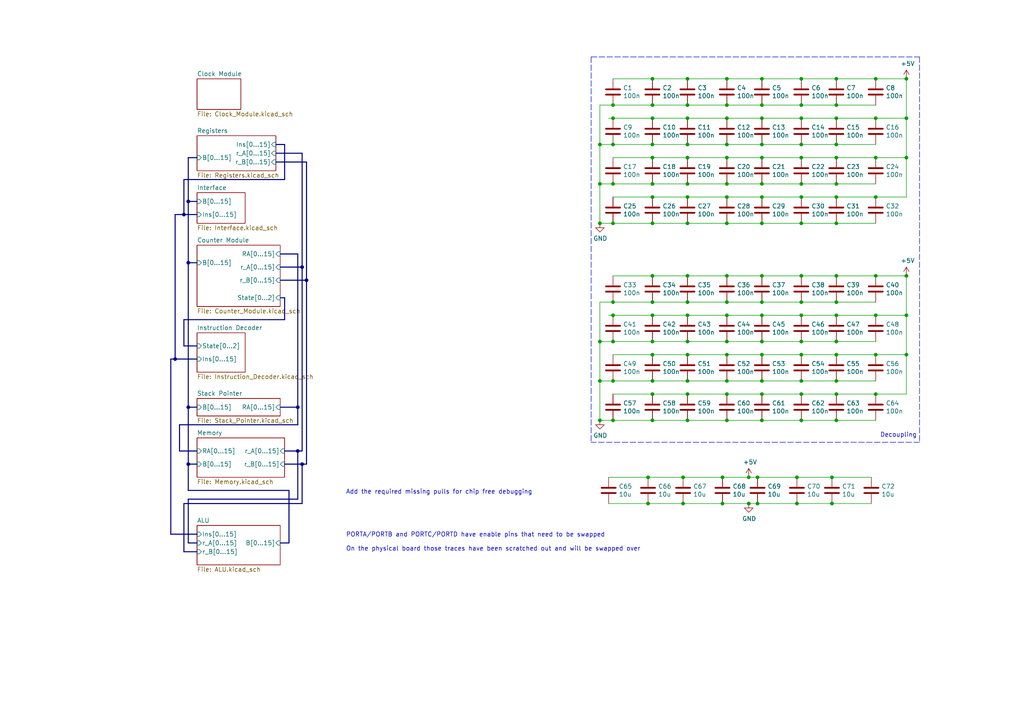
<source format=kicad_sch>
(kicad_sch (version 20211123) (generator eeschema)
  (paper "A4")
  (lib_symbols
    (symbol "MAX7000CPU-Gen2_5-rescue:+5V-power-MAX7000CPU-Gen2-rescue" (power) (pin_names (offset 0))
      (property "Value" "+5V-power-MAX7000CPU-Gen2-rescue" (at 0 3.556 0))
      (symbol "+5V-power-MAX7000CPU-Gen2-rescue_0_1"
        (polyline (pts (xy -0.762 1.27) (xy 0 2.54)))
        (polyline (pts (xy 0 0) (xy 0 2.54)))
        (polyline (pts (xy 0 2.54) (xy 0.762 1.27)))
      )
      (symbol "+5V-power-MAX7000CPU-Gen2-rescue_1_1"
        (pin power_in line (at 0 0 90) (length 0) hide (name "+5V") (number "1"))
      )
    )
    (symbol "MAX7000CPU-Gen2_5-rescue:C-Device-MAX7000CPU-Gen2-rescue" (pin_numbers hide) (pin_names (offset 0.254))
      (property "Reference" "C" (at 0.635 2.54 0))
      (property "Value" "C-Device-MAX7000CPU-Gen2-rescue" (at 0.635 -2.54 0))
      (symbol "C-Device-MAX7000CPU-Gen2-rescue_0_1"
        (polyline (pts (xy -2.032 -0.762) (xy 2.032 -0.762)) (stroke (width 0.508)))
        (polyline (pts (xy -2.032 0.762) (xy 2.032 0.762)) (stroke (width 0.508)))
      )
      (symbol "C-Device-MAX7000CPU-Gen2-rescue_1_1"
        (pin passive line (at 0 3.81 270) (length 2.794) (name "~") (number "1"))
        (pin passive line (at 0 -3.81 90) (length 2.794) (name "~") (number "2"))
      )
    )
    (symbol "MAX7000CPU-Gen2_5-rescue:GND-power-MAX7000CPU-Gen2-rescue" (power) (pin_names (offset 0))
      (property "Value" "GND-power-MAX7000CPU-Gen2-rescue" (at 0 -3.81 0))
      (symbol "GND-power-MAX7000CPU-Gen2-rescue_0_1"
        (polyline (pts (xy 0 0) (xy 0 -1.27) (xy 1.27 -1.27) (xy 0 -2.54) (xy -1.27 -1.27) (xy 0 -1.27)))
      )
      (symbol "GND-power-MAX7000CPU-Gen2-rescue_1_1"
        (pin power_in line (at 0 0 270) (length 0) hide (name "GND") (number "1"))
      )
    )
  )
  (junction (at 199.39 30.48))
  (junction (at 199.39 99.06))
  (junction (at 198.12 146.05))
  (junction (at 217.17 146.05))
  (junction (at 217.17 138.43))
  (junction (at 232.41 91.44))
  (junction (at 232.41 110.49))
  (junction (at 189.23 99.06))
  (junction (at 219.71 146.05))
  (junction (at 189.23 22.86))
  (junction (at 210.82 80.01))
  (junction (at 232.41 41.91))
  (junction (at 241.3 146.05))
  (junction (at 220.98 80.01))
  (junction (at 198.12 138.43))
  (junction (at 220.98 22.86))
  (junction (at 242.57 99.06))
  (junction (at 254 91.44))
  (junction (at 242.57 121.92))
  (junction (at 242.57 91.44))
  (junction (at 173.99 64.77))
  (junction (at 232.41 102.87))
  (junction (at 210.82 53.34))
  (junction (at 262.89 102.87))
  (junction (at 220.98 110.49))
  (junction (at 231.14 146.05))
  (junction (at 189.23 80.01))
  (junction (at 199.39 102.87))
  (junction (at 177.8 121.92))
  (junction (at 242.57 114.3))
  (junction (at 232.41 80.01))
  (junction (at 189.23 53.34))
  (junction (at 254 57.15))
  (junction (at 199.39 114.3))
  (junction (at 53.34 62.23))
  (junction (at 86.36 118.11))
  (junction (at 210.82 22.86))
  (junction (at 232.41 45.72))
  (junction (at 199.39 57.15))
  (junction (at 50.8 104.14))
  (junction (at 54.61 58.42))
  (junction (at 232.41 114.3))
  (junction (at 199.39 91.44))
  (junction (at 262.89 22.86))
  (junction (at 242.57 41.91))
  (junction (at 242.57 110.49))
  (junction (at 220.98 87.63))
  (junction (at 173.99 99.06))
  (junction (at 220.98 30.48))
  (junction (at 189.23 41.91))
  (junction (at 210.82 114.3))
  (junction (at 177.8 34.29))
  (junction (at 241.3 138.43))
  (junction (at 232.41 34.29))
  (junction (at 189.23 102.87))
  (junction (at 219.71 138.43))
  (junction (at 87.63 77.47))
  (junction (at 232.41 57.15))
  (junction (at 231.14 138.43))
  (junction (at 199.39 64.77))
  (junction (at 242.57 57.15))
  (junction (at 232.41 99.06))
  (junction (at 220.98 102.87))
  (junction (at 189.23 57.15))
  (junction (at 242.57 34.29))
  (junction (at 242.57 80.01))
  (junction (at 86.36 130.81))
  (junction (at 242.57 30.48))
  (junction (at 54.61 76.2))
  (junction (at 254 114.3))
  (junction (at 232.41 22.86))
  (junction (at 177.8 30.48))
  (junction (at 210.82 102.87))
  (junction (at 189.23 45.72))
  (junction (at 262.89 80.01))
  (junction (at 210.82 34.29))
  (junction (at 173.99 53.34))
  (junction (at 220.98 99.06))
  (junction (at 54.61 134.62))
  (junction (at 210.82 121.92))
  (junction (at 220.98 121.92))
  (junction (at 88.9 81.28))
  (junction (at 232.41 30.48))
  (junction (at 254 102.87))
  (junction (at 220.98 53.34))
  (junction (at 242.57 22.86))
  (junction (at 262.89 45.72))
  (junction (at 199.39 41.91))
  (junction (at 189.23 64.77))
  (junction (at 254 22.86))
  (junction (at 210.82 41.91))
  (junction (at 177.8 53.34))
  (junction (at 242.57 102.87))
  (junction (at 209.55 146.05))
  (junction (at 210.82 91.44))
  (junction (at 199.39 22.86))
  (junction (at 177.8 87.63))
  (junction (at 189.23 34.29))
  (junction (at 242.57 53.34))
  (junction (at 177.8 41.91))
  (junction (at 177.8 99.06))
  (junction (at 210.82 110.49))
  (junction (at 232.41 53.34))
  (junction (at 87.63 134.62))
  (junction (at 232.41 121.92))
  (junction (at 173.99 121.92))
  (junction (at 242.57 45.72))
  (junction (at 177.8 64.77))
  (junction (at 189.23 110.49))
  (junction (at 210.82 64.77))
  (junction (at 189.23 87.63))
  (junction (at 187.96 146.05))
  (junction (at 199.39 121.92))
  (junction (at 177.8 110.49))
  (junction (at 209.55 138.43))
  (junction (at 199.39 53.34))
  (junction (at 242.57 64.77))
  (junction (at 254 45.72))
  (junction (at 210.82 57.15))
  (junction (at 210.82 30.48))
  (junction (at 220.98 91.44))
  (junction (at 210.82 87.63))
  (junction (at 242.57 87.63))
  (junction (at 173.99 110.49))
  (junction (at 254 80.01))
  (junction (at 199.39 34.29))
  (junction (at 220.98 64.77))
  (junction (at 232.41 87.63))
  (junction (at 220.98 114.3))
  (junction (at 262.89 34.29))
  (junction (at 177.8 91.44))
  (junction (at 232.41 64.77))
  (junction (at 199.39 80.01))
  (junction (at 54.61 118.11))
  (junction (at 189.23 91.44))
  (junction (at 189.23 114.3))
  (junction (at 220.98 41.91))
  (junction (at 220.98 57.15))
  (junction (at 262.89 91.44))
  (junction (at 220.98 34.29))
  (junction (at 254 34.29))
  (junction (at 210.82 99.06))
  (junction (at 187.96 138.43))
  (junction (at 199.39 87.63))
  (junction (at 210.82 45.72))
  (junction (at 199.39 45.72))
  (junction (at 173.99 41.91))
  (junction (at 189.23 30.48))
  (junction (at 199.39 110.49))
  (junction (at 220.98 45.72))
  (junction (at 189.23 121.92))
  (wire (pts (xy 189.23 121.92) (xy 199.39 121.92)))
  (wire (pts (xy 220.98 99.06) (xy 232.41 99.06)))
  (bus (pts (xy 53.34 100.33) (xy 57.15 100.33)))
  (wire (pts (xy 210.82 57.15) (xy 220.98 57.15)))
  (wire (pts (xy 242.57 57.15) (xy 254 57.15)))
  (bus (pts (xy 82.55 92.71) (xy 53.34 92.71)))
  (wire (pts (xy 198.12 138.43) (xy 209.55 138.43)))
  (wire (pts (xy 173.99 41.91) (xy 173.99 53.34)))
  (wire (pts (xy 242.57 99.06) (xy 254 99.06)))
  (bus (pts (xy 53.34 146.05) (xy 53.34 160.02)))
  (polyline (pts (xy 171.45 16.51) (xy 266.7 16.51)))
  (wire (pts (xy 220.98 34.29) (xy 232.41 34.29)))
  (bus (pts (xy 54.61 76.2) (xy 54.61 118.11)))
  (bus (pts (xy 86.36 73.66) (xy 86.36 118.11)))
  (bus (pts (xy 54.61 142.24) (xy 83.82 142.24)))
  (wire (pts (xy 199.39 53.34) (xy 189.23 53.34)))
  (wire (pts (xy 242.57 80.01) (xy 254 80.01)))
  (wire (pts (xy 173.99 99.06) (xy 173.99 110.49)))
  (wire (pts (xy 189.23 102.87) (xy 199.39 102.87)))
  (wire (pts (xy 232.41 114.3) (xy 242.57 114.3)))
  (bus (pts (xy 49.53 154.94) (xy 57.15 154.94)))
  (polyline (pts (xy 266.7 16.51) (xy 266.7 128.27)))
  (wire (pts (xy 177.8 41.91) (xy 189.23 41.91)))
  (wire (pts (xy 262.89 80.01) (xy 254 80.01)))
  (wire (pts (xy 173.99 121.92) (xy 177.8 121.92)))
  (wire (pts (xy 262.89 45.72) (xy 254 45.72)))
  (bus (pts (xy 86.36 118.11) (xy 86.36 123.19)))
  (wire (pts (xy 176.53 146.05) (xy 187.96 146.05)))
  (wire (pts (xy 177.8 102.87) (xy 189.23 102.87)))
  (wire (pts (xy 210.82 121.92) (xy 220.98 121.92)))
  (bus (pts (xy 81.28 73.66) (xy 86.36 73.66)))
  (wire (pts (xy 173.99 41.91) (xy 177.8 41.91)))
  (wire (pts (xy 189.23 22.86) (xy 199.39 22.86)))
  (wire (pts (xy 177.8 114.3) (xy 189.23 114.3)))
  (wire (pts (xy 210.82 53.34) (xy 199.39 53.34)))
  (wire (pts (xy 176.53 138.43) (xy 187.96 138.43)))
  (wire (pts (xy 210.82 45.72) (xy 220.98 45.72)))
  (wire (pts (xy 231.14 138.43) (xy 241.3 138.43)))
  (bus (pts (xy 81.28 77.47) (xy 87.63 77.47)))
  (wire (pts (xy 232.41 30.48) (xy 220.98 30.48)))
  (wire (pts (xy 173.99 53.34) (xy 173.99 64.77)))
  (bus (pts (xy 86.36 123.19) (xy 52.07 123.19)))
  (wire (pts (xy 220.98 22.86) (xy 232.41 22.86)))
  (wire (pts (xy 219.71 138.43) (xy 231.14 138.43)))
  (wire (pts (xy 220.98 114.3) (xy 232.41 114.3)))
  (wire (pts (xy 220.98 41.91) (xy 232.41 41.91)))
  (bus (pts (xy 88.9 81.28) (xy 88.9 134.62)))
  (wire (pts (xy 176.53 91.44) (xy 177.8 91.44)))
  (wire (pts (xy 232.41 41.91) (xy 242.57 41.91)))
  (wire (pts (xy 199.39 80.01) (xy 210.82 80.01)))
  (wire (pts (xy 199.39 110.49) (xy 189.23 110.49)))
  (wire (pts (xy 262.89 91.44) (xy 262.89 80.01)))
  (wire (pts (xy 220.98 80.01) (xy 232.41 80.01)))
  (bus (pts (xy 81.28 86.36) (xy 82.55 86.36)))
  (wire (pts (xy 231.14 146.05) (xy 241.3 146.05)))
  (wire (pts (xy 262.89 57.15) (xy 262.89 45.72)))
  (wire (pts (xy 220.98 64.77) (xy 232.41 64.77)))
  (wire (pts (xy 199.39 121.92) (xy 210.82 121.92)))
  (bus (pts (xy 83.82 142.24) (xy 83.82 157.48)))
  (wire (pts (xy 177.8 30.48) (xy 173.99 30.48)))
  (wire (pts (xy 210.82 114.3) (xy 220.98 114.3)))
  (bus (pts (xy 87.63 44.45) (xy 87.63 77.47)))
  (bus (pts (xy 54.61 58.42) (xy 54.61 76.2)))
  (wire (pts (xy 232.41 102.87) (xy 242.57 102.87)))
  (wire (pts (xy 232.41 110.49) (xy 220.98 110.49)))
  (wire (pts (xy 220.98 30.48) (xy 210.82 30.48)))
  (bus (pts (xy 82.55 130.81) (xy 86.36 130.81)))
  (bus (pts (xy 54.61 134.62) (xy 57.15 134.62)))
  (wire (pts (xy 209.55 146.05) (xy 217.17 146.05)))
  (wire (pts (xy 199.39 87.63) (xy 189.23 87.63)))
  (wire (pts (xy 262.89 91.44) (xy 254 91.44)))
  (wire (pts (xy 232.41 64.77) (xy 242.57 64.77)))
  (wire (pts (xy 242.57 22.86) (xy 254 22.86)))
  (bus (pts (xy 54.61 157.48) (xy 57.15 157.48)))
  (wire (pts (xy 232.41 99.06) (xy 242.57 99.06)))
  (wire (pts (xy 241.3 146.05) (xy 252.73 146.05)))
  (bus (pts (xy 54.61 76.2) (xy 57.15 76.2)))
  (wire (pts (xy 262.89 22.86) (xy 254 22.86)))
  (wire (pts (xy 210.82 99.06) (xy 220.98 99.06)))
  (wire (pts (xy 189.23 57.15) (xy 199.39 57.15)))
  (wire (pts (xy 220.98 53.34) (xy 210.82 53.34)))
  (wire (pts (xy 232.41 22.86) (xy 242.57 22.86)))
  (wire (pts (xy 189.23 114.3) (xy 199.39 114.3)))
  (bus (pts (xy 54.61 118.11) (xy 57.15 118.11)))
  (wire (pts (xy 232.41 53.34) (xy 220.98 53.34)))
  (bus (pts (xy 54.61 45.72) (xy 54.61 58.42)))
  (wire (pts (xy 242.57 45.72) (xy 254 45.72)))
  (bus (pts (xy 54.61 134.62) (xy 54.61 142.24)))
  (wire (pts (xy 232.41 34.29) (xy 242.57 34.29)))
  (bus (pts (xy 53.34 52.07) (xy 53.34 62.23)))
  (wire (pts (xy 189.23 99.06) (xy 199.39 99.06)))
  (wire (pts (xy 242.57 64.77) (xy 254 64.77)))
  (wire (pts (xy 210.82 87.63) (xy 199.39 87.63)))
  (wire (pts (xy 173.99 87.63) (xy 173.99 99.06)))
  (wire (pts (xy 242.57 87.63) (xy 232.41 87.63)))
  (wire (pts (xy 242.57 114.3) (xy 254 114.3)))
  (bus (pts (xy 54.61 118.11) (xy 54.61 134.62)))
  (bus (pts (xy 49.53 104.14) (xy 49.53 154.94)))
  (wire (pts (xy 209.55 138.43) (xy 217.17 138.43)))
  (wire (pts (xy 262.89 34.29) (xy 262.89 22.86)))
  (wire (pts (xy 199.39 22.86) (xy 210.82 22.86)))
  (bus (pts (xy 83.82 157.48) (xy 81.28 157.48)))
  (wire (pts (xy 199.39 41.91) (xy 210.82 41.91)))
  (wire (pts (xy 199.39 57.15) (xy 210.82 57.15)))
  (wire (pts (xy 189.23 87.63) (xy 177.8 87.63)))
  (wire (pts (xy 177.8 80.01) (xy 189.23 80.01)))
  (wire (pts (xy 254 30.48) (xy 242.57 30.48)))
  (wire (pts (xy 173.99 53.34) (xy 177.8 53.34)))
  (wire (pts (xy 199.39 64.77) (xy 210.82 64.77)))
  (wire (pts (xy 242.57 30.48) (xy 232.41 30.48)))
  (wire (pts (xy 262.89 102.87) (xy 262.89 91.44)))
  (wire (pts (xy 254 114.3) (xy 262.89 114.3)))
  (wire (pts (xy 210.82 91.44) (xy 220.98 91.44)))
  (wire (pts (xy 187.96 146.05) (xy 198.12 146.05)))
  (bus (pts (xy 53.34 62.23) (xy 50.8 62.23)))
  (wire (pts (xy 199.39 30.48) (xy 189.23 30.48)))
  (wire (pts (xy 173.99 30.48) (xy 173.99 41.91)))
  (bus (pts (xy 86.36 144.78) (xy 54.61 144.78)))
  (wire (pts (xy 210.82 64.77) (xy 220.98 64.77)))
  (bus (pts (xy 54.61 144.78) (xy 54.61 157.48)))
  (wire (pts (xy 210.82 80.01) (xy 220.98 80.01)))
  (wire (pts (xy 220.98 57.15) (xy 232.41 57.15)))
  (wire (pts (xy 177.8 87.63) (xy 173.99 87.63)))
  (bus (pts (xy 53.34 62.23) (xy 57.15 62.23)))
  (wire (pts (xy 217.17 146.05) (xy 219.71 146.05)))
  (wire (pts (xy 242.57 34.29) (xy 254 34.29)))
  (bus (pts (xy 50.8 104.14) (xy 57.15 104.14)))
  (bus (pts (xy 82.55 86.36) (xy 82.55 92.71)))
  (bus (pts (xy 53.34 92.71) (xy 53.34 100.33)))
  (bus (pts (xy 54.61 58.42) (xy 57.15 58.42)))
  (bus (pts (xy 82.55 52.07) (xy 53.34 52.07)))
  (wire (pts (xy 177.8 34.29) (xy 189.23 34.29)))
  (wire (pts (xy 254 110.49) (xy 242.57 110.49)))
  (wire (pts (xy 262.89 45.72) (xy 262.89 34.29)))
  (wire (pts (xy 189.23 30.48) (xy 177.8 30.48)))
  (bus (pts (xy 80.01 46.99) (xy 88.9 46.99)))
  (wire (pts (xy 232.41 87.63) (xy 220.98 87.63)))
  (bus (pts (xy 52.07 130.81) (xy 57.15 130.81)))
  (wire (pts (xy 189.23 34.29) (xy 199.39 34.29)))
  (wire (pts (xy 173.99 110.49) (xy 177.8 110.49)))
  (bus (pts (xy 87.63 134.62) (xy 87.63 146.05)))
  (wire (pts (xy 241.3 138.43) (xy 252.73 138.43)))
  (wire (pts (xy 262.89 102.87) (xy 254 102.87)))
  (wire (pts (xy 177.8 57.15) (xy 189.23 57.15)))
  (wire (pts (xy 189.23 110.49) (xy 177.8 110.49)))
  (wire (pts (xy 177.8 45.72) (xy 189.23 45.72)))
  (wire (pts (xy 210.82 30.48) (xy 199.39 30.48)))
  (wire (pts (xy 219.71 146.05) (xy 231.14 146.05)))
  (polyline (pts (xy 171.45 16.51) (xy 171.45 128.27)))
  (bus (pts (xy 57.15 45.72) (xy 54.61 45.72)))
  (wire (pts (xy 177.8 99.06) (xy 189.23 99.06)))
  (bus (pts (xy 80.01 41.91) (xy 82.55 41.91)))
  (wire (pts (xy 262.89 34.29) (xy 254 34.29)))
  (wire (pts (xy 232.41 45.72) (xy 242.57 45.72)))
  (wire (pts (xy 242.57 121.92) (xy 254 121.92)))
  (bus (pts (xy 81.28 81.28) (xy 88.9 81.28)))
  (wire (pts (xy 177.8 22.86) (xy 189.23 22.86)))
  (bus (pts (xy 88.9 46.99) (xy 88.9 81.28)))
  (wire (pts (xy 242.57 91.44) (xy 254 91.44)))
  (wire (pts (xy 242.57 110.49) (xy 232.41 110.49)))
  (bus (pts (xy 52.07 123.19) (xy 52.07 130.81)))
  (wire (pts (xy 242.57 41.91) (xy 254 41.91)))
  (wire (pts (xy 254 53.34) (xy 242.57 53.34)))
  (bus (pts (xy 80.01 44.45) (xy 87.63 44.45)))
  (bus (pts (xy 87.63 146.05) (xy 53.34 146.05)))
  (bus (pts (xy 82.55 41.91) (xy 82.55 52.07)))
  (wire (pts (xy 232.41 57.15) (xy 242.57 57.15)))
  (wire (pts (xy 210.82 110.49) (xy 199.39 110.49)))
  (wire (pts (xy 199.39 34.29) (xy 210.82 34.29)))
  (wire (pts (xy 242.57 53.34) (xy 232.41 53.34)))
  (wire (pts (xy 173.99 64.77) (xy 177.8 64.77)))
  (wire (pts (xy 232.41 91.44) (xy 242.57 91.44)))
  (wire (pts (xy 254 57.15) (xy 262.89 57.15)))
  (wire (pts (xy 198.12 146.05) (xy 209.55 146.05)))
  (wire (pts (xy 220.98 87.63) (xy 210.82 87.63)))
  (wire (pts (xy 220.98 91.44) (xy 232.41 91.44)))
  (wire (pts (xy 220.98 110.49) (xy 210.82 110.49)))
  (bus (pts (xy 49.53 104.14) (xy 50.8 104.14)))
  (wire (pts (xy 177.8 121.92) (xy 189.23 121.92)))
  (bus (pts (xy 53.34 160.02) (xy 57.15 160.02)))
  (bus (pts (xy 50.8 62.23) (xy 50.8 104.14)))
  (bus (pts (xy 86.36 118.11) (xy 81.28 118.11)))
  (bus (pts (xy 87.63 130.81) (xy 86.36 130.81)))
  (wire (pts (xy 176.53 34.29) (xy 177.8 34.29)))
  (wire (pts (xy 262.89 114.3) (xy 262.89 102.87)))
  (bus (pts (xy 88.9 134.62) (xy 87.63 134.62)))
  (bus (pts (xy 87.63 77.47) (xy 87.63 130.81)))
  (wire (pts (xy 232.41 80.01) (xy 242.57 80.01)))
  (wire (pts (xy 210.82 102.87) (xy 220.98 102.87)))
  (wire (pts (xy 173.99 110.49) (xy 173.99 121.92)))
  (wire (pts (xy 189.23 64.77) (xy 199.39 64.77)))
  (wire (pts (xy 189.23 53.34) (xy 177.8 53.34)))
  (wire (pts (xy 254 87.63) (xy 242.57 87.63)))
  (wire (pts (xy 199.39 114.3) (xy 210.82 114.3)))
  (wire (pts (xy 199.39 91.44) (xy 210.82 91.44)))
  (wire (pts (xy 173.99 99.06) (xy 177.8 99.06)))
  (wire (pts (xy 189.23 91.44) (xy 199.39 91.44)))
  (wire (pts (xy 210.82 41.91) (xy 220.98 41.91)))
  (polyline (pts (xy 266.7 128.27) (xy 171.45 128.27)))
  (wire (pts (xy 189.23 45.72) (xy 199.39 45.72)))
  (wire (pts (xy 210.82 34.29) (xy 220.98 34.29)))
  (wire (pts (xy 189.23 41.91) (xy 199.39 41.91)))
  (wire (pts (xy 217.17 138.43) (xy 219.71 138.43)))
  (wire (pts (xy 189.23 80.01) (xy 199.39 80.01)))
  (wire (pts (xy 242.57 102.87) (xy 254 102.87)))
  (wire (pts (xy 199.39 99.06) (xy 210.82 99.06)))
  (wire (pts (xy 177.8 91.44) (xy 189.23 91.44)))
  (bus (pts (xy 86.36 130.81) (xy 86.36 144.78)))
  (wire (pts (xy 220.98 121.92) (xy 232.41 121.92)))
  (bus (pts (xy 82.55 134.62) (xy 87.63 134.62)))
  (wire (pts (xy 220.98 102.87) (xy 232.41 102.87)))
  (wire (pts (xy 199.39 102.87) (xy 210.82 102.87)))
  (wire (pts (xy 187.96 138.43) (xy 198.12 138.43)))
  (wire (pts (xy 199.39 45.72) (xy 210.82 45.72)))
  (wire (pts (xy 177.8 64.77) (xy 189.23 64.77)))
  (wire (pts (xy 232.41 121.92) (xy 242.57 121.92)))
  (wire (pts (xy 210.82 22.86) (xy 220.98 22.86)))
  (wire (pts (xy 220.98 45.72) (xy 232.41 45.72)))
  (text "PORTA/PORTB and PORTC/PORTD have enable pins that need to be swapped\n\nOn the physical board those traces have been scratched out and will be swapped over" (at 100.33 160.02 0) (effects (font (size 1.27 1.27)) (justify left bottom)))
  (text "Add the required missing pulls for chip free debugging\n" (at 100.33 143.51 0) (effects (font (size 1.27 1.27)) (justify left bottom)))
  (text "Decoupling" (at 255.27 127 0) (effects (font (size 1.27 1.27)) (justify left bottom)))
  (symbol (lib_id "MAX7000CPU-Gen2_5-rescue:C-Device-MAX7000CPU-Gen2-rescue") (at 232.41 60.96 0) (unit 1)
    (property "Reference" "C30" (at 235.331 59.7916 0) (effects (justify left)))
    (property "Value" "100n" (at 235.331 62.103 0) (effects (justify left)))
    (property "Footprint" "Capacitor_SMD:C_0805_2012Metric_Pad1.18x1.45mm_HandSolder" (effects hide))
  )
  (symbol (lib_id "MAX7000CPU-Gen2_5-rescue:C-Device-MAX7000CPU-Gen2-rescue") (at 242.57 60.96 0) (unit 1)
    (property "Reference" "C31" (at 245.491 59.7916 0) (effects (justify left)))
    (property "Value" "100n" (at 245.491 62.103 0) (effects (justify left)))
    (property "Footprint" "Capacitor_SMD:C_0805_2012Metric_Pad1.18x1.45mm_HandSolder" (effects hide))
  )
  (symbol (lib_id "MAX7000CPU-Gen2_5-rescue:C-Device-MAX7000CPU-Gen2-rescue") (at 254 60.96 0) (unit 1)
    (property "Reference" "C32" (at 256.921 59.7916 0) (effects (justify left)))
    (property "Value" "100n" (at 256.921 62.103 0) (effects (justify left)))
    (property "Footprint" "Capacitor_SMD:C_0805_2012Metric_Pad1.18x1.45mm_HandSolder" (effects hide))
  )
  (symbol (lib_id "MAX7000CPU-Gen2_5-rescue:C-Device-MAX7000CPU-Gen2-rescue") (at 177.8 83.82 0) (unit 1)
    (property "Reference" "C33" (at 180.721 82.6516 0) (effects (justify left)))
    (property "Value" "100n" (at 180.721 84.963 0) (effects (justify left)))
    (property "Footprint" "Capacitor_SMD:C_0805_2012Metric_Pad1.18x1.45mm_HandSolder" (effects hide))
  )
  (symbol (lib_id "MAX7000CPU-Gen2_5-rescue:C-Device-MAX7000CPU-Gen2-rescue") (at 189.23 83.82 0) (unit 1)
    (property "Reference" "C34" (at 192.151 82.6516 0) (effects (justify left)))
    (property "Value" "100n" (at 192.151 84.963 0) (effects (justify left)))
    (property "Footprint" "Capacitor_SMD:C_0805_2012Metric_Pad1.18x1.45mm_HandSolder" (effects hide))
  )
  (symbol (lib_id "MAX7000CPU-Gen2_5-rescue:C-Device-MAX7000CPU-Gen2-rescue") (at 199.39 83.82 0) (unit 1)
    (property "Reference" "C35" (at 202.311 82.6516 0) (effects (justify left)))
    (property "Value" "100n" (at 202.311 84.963 0) (effects (justify left)))
    (property "Footprint" "Capacitor_SMD:C_0805_2012Metric_Pad1.18x1.45mm_HandSolder" (effects hide))
  )
  (symbol (lib_id "MAX7000CPU-Gen2_5-rescue:C-Device-MAX7000CPU-Gen2-rescue") (at 210.82 83.82 0) (unit 1)
    (property "Reference" "C36" (at 213.741 82.6516 0) (effects (justify left)))
    (property "Value" "100n" (at 213.741 84.963 0) (effects (justify left)))
    (property "Footprint" "Capacitor_SMD:C_0805_2012Metric_Pad1.18x1.45mm_HandSolder" (effects hide))
  )
  (symbol (lib_id "MAX7000CPU-Gen2_5-rescue:C-Device-MAX7000CPU-Gen2-rescue") (at 220.98 83.82 0) (unit 1)
    (property "Reference" "C37" (at 223.901 82.6516 0) (effects (justify left)))
    (property "Value" "100n" (at 223.901 84.963 0) (effects (justify left)))
    (property "Footprint" "Capacitor_SMD:C_0805_2012Metric_Pad1.18x1.45mm_HandSolder" (effects hide))
  )
  (symbol (lib_id "MAX7000CPU-Gen2_5-rescue:C-Device-MAX7000CPU-Gen2-rescue") (at 232.41 83.82 0) (unit 1)
    (property "Reference" "C38" (at 235.331 82.6516 0) (effects (justify left)))
    (property "Value" "100n" (at 235.331 84.963 0) (effects (justify left)))
    (property "Footprint" "Capacitor_SMD:C_0805_2012Metric_Pad1.18x1.45mm_HandSolder" (effects hide))
  )
  (symbol (lib_id "MAX7000CPU-Gen2_5-rescue:C-Device-MAX7000CPU-Gen2-rescue") (at 242.57 83.82 0) (unit 1)
    (property "Reference" "C39" (at 245.491 82.6516 0) (effects (justify left)))
    (property "Value" "100n" (at 245.491 84.963 0) (effects (justify left)))
    (property "Footprint" "Capacitor_SMD:C_0805_2012Metric_Pad1.18x1.45mm_HandSolder" (effects hide))
  )
  (symbol (lib_id "MAX7000CPU-Gen2_5-rescue:C-Device-MAX7000CPU-Gen2-rescue") (at 254 83.82 0) (unit 1)
    (property "Reference" "C40" (at 256.921 82.6516 0) (effects (justify left)))
    (property "Value" "100n" (at 256.921 84.963 0) (effects (justify left)))
    (property "Footprint" "Capacitor_SMD:C_0805_2012Metric_Pad1.18x1.45mm_HandSolder" (effects hide))
  )
  (symbol (lib_id "MAX7000CPU-Gen2_5-rescue:C-Device-MAX7000CPU-Gen2-rescue") (at 177.8 95.25 0) (unit 1)
    (property "Reference" "C41" (at 180.721 94.0816 0) (effects (justify left)))
    (property "Value" "100n" (at 180.721 96.393 0) (effects (justify left)))
    (property "Footprint" "Capacitor_SMD:C_0805_2012Metric_Pad1.18x1.45mm_HandSolder" (effects hide))
  )
  (symbol (lib_id "MAX7000CPU-Gen2_5-rescue:C-Device-MAX7000CPU-Gen2-rescue") (at 189.23 95.25 0) (unit 1)
    (property "Reference" "C42" (at 192.151 94.0816 0) (effects (justify left)))
    (property "Value" "100n" (at 192.151 96.393 0) (effects (justify left)))
    (property "Footprint" "Capacitor_SMD:C_0805_2012Metric_Pad1.18x1.45mm_HandSolder" (effects hide))
  )
  (symbol (lib_id "MAX7000CPU-Gen2_5-rescue:C-Device-MAX7000CPU-Gen2-rescue") (at 199.39 95.25 0) (unit 1)
    (property "Reference" "C43" (at 202.311 94.0816 0) (effects (justify left)))
    (property "Value" "100n" (at 202.311 96.393 0) (effects (justify left)))
    (property "Footprint" "Capacitor_SMD:C_0805_2012Metric_Pad1.18x1.45mm_HandSolder" (effects hide))
  )
  (symbol (lib_id "MAX7000CPU-Gen2_5-rescue:C-Device-MAX7000CPU-Gen2-rescue") (at 210.82 95.25 0) (unit 1)
    (property "Reference" "C44" (at 213.741 94.0816 0) (effects (justify left)))
    (property "Value" "100n" (at 213.741 96.393 0) (effects (justify left)))
    (property "Footprint" "Capacitor_SMD:C_0805_2012Metric_Pad1.18x1.45mm_HandSolder" (effects hide))
  )
  (symbol (lib_id "MAX7000CPU-Gen2_5-rescue:C-Device-MAX7000CPU-Gen2-rescue") (at 220.98 95.25 0) (unit 1)
    (property "Reference" "C45" (at 223.901 94.0816 0) (effects (justify left)))
    (property "Value" "100n" (at 223.901 96.393 0) (effects (justify left)))
    (property "Footprint" "Capacitor_SMD:C_0805_2012Metric_Pad1.18x1.45mm_HandSolder" (effects hide))
  )
  (symbol (lib_id "MAX7000CPU-Gen2_5-rescue:C-Device-MAX7000CPU-Gen2-rescue") (at 232.41 95.25 0) (unit 1)
    (property "Reference" "C46" (at 235.331 94.0816 0) (effects (justify left)))
    (property "Value" "100n" (at 235.331 96.393 0) (effects (justify left)))
    (property "Footprint" "Capacitor_SMD:C_0805_2012Metric_Pad1.18x1.45mm_HandSolder" (effects hide))
  )
  (symbol (lib_id "MAX7000CPU-Gen2_5-rescue:C-Device-MAX7000CPU-Gen2-rescue") (at 242.57 95.25 0) (unit 1)
    (property "Reference" "C47" (at 245.491 94.0816 0) (effects (justify left)))
    (property "Value" "100n" (at 245.491 96.393 0) (effects (justify left)))
    (property "Footprint" "Capacitor_SMD:C_0805_2012Metric_Pad1.18x1.45mm_HandSolder" (effects hide))
  )
  (symbol (lib_id "MAX7000CPU-Gen2_5-rescue:C-Device-MAX7000CPU-Gen2-rescue") (at 254 95.25 0) (unit 1)
    (property "Reference" "C48" (at 256.921 94.0816 0) (effects (justify left)))
    (property "Value" "100n" (at 256.921 96.393 0) (effects (justify left)))
    (property "Footprint" "Capacitor_SMD:C_0805_2012Metric_Pad1.18x1.45mm_HandSolder" (effects hide))
  )
  (symbol (lib_id "MAX7000CPU-Gen2_5-rescue:C-Device-MAX7000CPU-Gen2-rescue") (at 177.8 106.68 0) (unit 1)
    (property "Reference" "C49" (at 180.721 105.5116 0) (effects (justify left)))
    (property "Value" "100n" (at 180.721 107.823 0) (effects (justify left)))
    (property "Footprint" "Capacitor_SMD:C_0805_2012Metric_Pad1.18x1.45mm_HandSolder" (effects hide))
  )
  (symbol (lib_id "MAX7000CPU-Gen2_5-rescue:C-Device-MAX7000CPU-Gen2-rescue") (at 189.23 106.68 0) (unit 1)
    (property "Reference" "C50" (at 192.151 105.5116 0) (effects (justify left)))
    (property "Value" "100n" (at 192.151 107.823 0) (effects (justify left)))
    (property "Footprint" "Capacitor_SMD:C_0805_2012Metric_Pad1.18x1.45mm_HandSolder" (effects hide))
  )
  (symbol (lib_id "MAX7000CPU-Gen2_5-rescue:C-Device-MAX7000CPU-Gen2-rescue") (at 199.39 106.68 0) (unit 1)
    (property "Reference" "C51" (at 202.311 105.5116 0) (effects (justify left)))
    (property "Value" "100n" (at 202.311 107.823 0) (effects (justify left)))
    (property "Footprint" "Capacitor_SMD:C_0805_2012Metric_Pad1.18x1.45mm_HandSolder" (effects hide))
  )
  (symbol (lib_id "MAX7000CPU-Gen2_5-rescue:C-Device-MAX7000CPU-Gen2-rescue") (at 210.82 106.68 0) (unit 1)
    (property "Reference" "C52" (at 213.741 105.5116 0) (effects (justify left)))
    (property "Value" "100n" (at 213.741 107.823 0) (effects (justify left)))
    (property "Footprint" "Capacitor_SMD:C_0805_2012Metric_Pad1.18x1.45mm_HandSolder" (effects hide))
  )
  (symbol (lib_id "MAX7000CPU-Gen2_5-rescue:C-Device-MAX7000CPU-Gen2-rescue") (at 220.98 106.68 0) (unit 1)
    (property "Reference" "C53" (at 223.901 105.5116 0) (effects (justify left)))
    (property "Value" "100n" (at 223.901 107.823 0) (effects (justify left)))
    (property "Footprint" "Capacitor_SMD:C_0805_2012Metric_Pad1.18x1.45mm_HandSolder" (effects hide))
  )
  (symbol (lib_id "MAX7000CPU-Gen2_5-rescue:C-Device-MAX7000CPU-Gen2-rescue") (at 232.41 106.68 0) (unit 1)
    (property "Reference" "C54" (at 235.331 105.5116 0) (effects (justify left)))
    (property "Value" "100n" (at 235.331 107.823 0) (effects (justify left)))
    (property "Footprint" "Capacitor_SMD:C_0805_2012Metric_Pad1.18x1.45mm_HandSolder" (effects hide))
  )
  (symbol (lib_id "MAX7000CPU-Gen2_5-rescue:C-Device-MAX7000CPU-Gen2-rescue") (at 242.57 106.68 0) (unit 1)
    (property "Reference" "C55" (at 245.491 105.5116 0) (effects (justify left)))
    (property "Value" "100n" (at 245.491 107.823 0) (effects (justify left)))
    (property "Footprint" "Capacitor_SMD:C_0805_2012Metric_Pad1.18x1.45mm_HandSolder" (effects hide))
  )
  (symbol (lib_id "MAX7000CPU-Gen2_5-rescue:C-Device-MAX7000CPU-Gen2-rescue") (at 254 106.68 0) (unit 1)
    (property "Reference" "C56" (at 256.921 105.5116 0) (effects (justify left)))
    (property "Value" "100n" (at 256.921 107.823 0) (effects (justify left)))
    (property "Footprint" "Capacitor_SMD:C_0805_2012Metric_Pad1.18x1.45mm_HandSolder" (effects hide))
  )
  (symbol (lib_id "MAX7000CPU-Gen2_5-rescue:C-Device-MAX7000CPU-Gen2-rescue") (at 177.8 118.11 0) (unit 1)
    (property "Reference" "C57" (at 180.721 116.9416 0) (effects (justify left)))
    (property "Value" "100n" (at 180.721 119.253 0) (effects (justify left)))
    (property "Footprint" "Capacitor_SMD:C_0805_2012Metric_Pad1.18x1.45mm_HandSolder" (effects hide))
  )
  (symbol (lib_id "MAX7000CPU-Gen2_5-rescue:C-Device-MAX7000CPU-Gen2-rescue") (at 189.23 118.11 0) (unit 1)
    (property "Reference" "C58" (at 192.151 116.9416 0) (effects (justify left)))
    (property "Value" "100n" (at 192.151 119.253 0) (effects (justify left)))
    (property "Footprint" "Capacitor_SMD:C_0805_2012Metric_Pad1.18x1.45mm_HandSolder" (effects hide))
  )
  (symbol (lib_id "MAX7000CPU-Gen2_5-rescue:C-Device-MAX7000CPU-Gen2-rescue") (at 199.39 118.11 0) (unit 1)
    (property "Reference" "C59" (at 202.311 116.9416 0) (effects (justify left)))
    (property "Value" "100n" (at 202.311 119.253 0) (effects (justify left)))
    (property "Footprint" "Capacitor_SMD:C_0805_2012Metric_Pad1.18x1.45mm_HandSolder" (effects hide))
  )
  (symbol (lib_id "MAX7000CPU-Gen2_5-rescue:C-Device-MAX7000CPU-Gen2-rescue") (at 210.82 118.11 0) (unit 1)
    (property "Reference" "C60" (at 213.741 116.9416 0) (effects (justify left)))
    (property "Value" "100n" (at 213.741 119.253 0) (effects (justify left)))
    (property "Footprint" "Capacitor_SMD:C_0805_2012Metric_Pad1.18x1.45mm_HandSolder" (effects hide))
  )
  (symbol (lib_id "MAX7000CPU-Gen2_5-rescue:C-Device-MAX7000CPU-Gen2-rescue") (at 220.98 118.11 0) (unit 1)
    (property "Reference" "C61" (at 223.901 116.9416 0) (effects (justify left)))
    (property "Value" "100n" (at 223.901 119.253 0) (effects (justify left)))
    (property "Footprint" "Capacitor_SMD:C_0805_2012Metric_Pad1.18x1.45mm_HandSolder" (effects hide))
  )
  (symbol (lib_id "MAX7000CPU-Gen2_5-rescue:GND-power-MAX7000CPU-Gen2-rescue") (at 173.99 121.92 0) (unit 1)
    (property "Reference" "#PWR04" (effects hide))
    (property "Value" "GND" (at 174.117 126.3142 0))
  )
  (symbol (lib_id "MAX7000CPU-Gen2_5-rescue:+5V-power-MAX7000CPU-Gen2-rescue") (at 262.89 80.01 0) (unit 1)
    (property "Reference" "#PWR03" (effects hide))
    (property "Value" "+5V" (at 263.271 75.6158 0))
  )
  (symbol (lib_id "MAX7000CPU-Gen2_5-rescue:C-Device-MAX7000CPU-Gen2-rescue") (at 232.41 118.11 0) (unit 1)
    (property "Reference" "C62" (at 235.331 116.9416 0) (effects (justify left)))
    (property "Value" "100n" (at 235.331 119.253 0) (effects (justify left)))
    (property "Footprint" "Capacitor_SMD:C_0805_2012Metric_Pad1.18x1.45mm_HandSolder" (effects hide))
  )
  (symbol (lib_id "MAX7000CPU-Gen2_5-rescue:C-Device-MAX7000CPU-Gen2-rescue") (at 242.57 118.11 0) (unit 1)
    (property "Reference" "C63" (at 245.491 116.9416 0) (effects (justify left)))
    (property "Value" "100n" (at 245.491 119.253 0) (effects (justify left)))
    (property "Footprint" "Capacitor_SMD:C_0805_2012Metric_Pad1.18x1.45mm_HandSolder" (effects hide))
  )
  (symbol (lib_id "MAX7000CPU-Gen2_5-rescue:C-Device-MAX7000CPU-Gen2-rescue") (at 254 118.11 0) (unit 1)
    (property "Reference" "C64" (at 256.921 116.9416 0) (effects (justify left)))
    (property "Value" "100n" (at 256.921 119.253 0) (effects (justify left)))
    (property "Footprint" "Capacitor_SMD:C_0805_2012Metric_Pad1.18x1.45mm_HandSolder" (effects hide))
  )
  (symbol (lib_id "MAX7000CPU-Gen2_5-rescue:C-Device-MAX7000CPU-Gen2-rescue") (at 176.53 142.24 0) (unit 1)
    (property "Reference" "C65" (at 179.451 141.0716 0) (effects (justify left)))
    (property "Value" "10u" (at 179.451 143.383 0) (effects (justify left)))
    (property "Footprint" "Capacitor_SMD:C_0805_2012Metric_Pad1.18x1.45mm_HandSolder" (effects hide))
  )
  (symbol (lib_id "MAX7000CPU-Gen2_5-rescue:C-Device-MAX7000CPU-Gen2-rescue") (at 187.96 142.24 0) (unit 1)
    (property "Reference" "C66" (at 190.881 141.0716 0) (effects (justify left)))
    (property "Value" "10u" (at 190.881 143.383 0) (effects (justify left)))
    (property "Footprint" "Capacitor_SMD:C_0805_2012Metric_Pad1.18x1.45mm_HandSolder" (effects hide))
  )
  (symbol (lib_id "MAX7000CPU-Gen2_5-rescue:+5V-power-MAX7000CPU-Gen2-rescue") (at 217.17 138.43 0) (unit 1)
    (property "Reference" "#PWR05" (effects hide))
    (property "Value" "+5V" (at 217.551 134.0358 0))
  )
  (symbol (lib_id "MAX7000CPU-Gen2_5-rescue:GND-power-MAX7000CPU-Gen2-rescue") (at 217.17 146.05 0) (unit 1)
    (property "Reference" "#PWR06" (effects hide))
    (property "Value" "GND" (at 217.297 150.4442 0))
  )
  (symbol (lib_id "MAX7000CPU-Gen2_5-rescue:C-Device-MAX7000CPU-Gen2-rescue") (at 198.12 142.24 0) (unit 1)
    (property "Reference" "C67" (at 201.041 141.0716 0) (effects (justify left)))
    (property "Value" "10u" (at 201.041 143.383 0) (effects (justify left)))
    (property "Footprint" "Capacitor_SMD:C_0805_2012Metric_Pad1.18x1.45mm_HandSolder" (effects hide))
  )
  (symbol (lib_id "MAX7000CPU-Gen2_5-rescue:C-Device-MAX7000CPU-Gen2-rescue") (at 209.55 142.24 0) (unit 1)
    (property "Reference" "C68" (at 212.471 141.0716 0) (effects (justify left)))
    (property "Value" "10u" (at 212.471 143.383 0) (effects (justify left)))
    (property "Footprint" "Capacitor_SMD:C_0805_2012Metric_Pad1.18x1.45mm_HandSolder" (effects hide))
  )
  (symbol (lib_id "MAX7000CPU-Gen2_5-rescue:C-Device-MAX7000CPU-Gen2-rescue") (at 219.71 142.24 0) (unit 1)
    (property "Reference" "C69" (at 222.631 141.0716 0) (effects (justify left)))
    (property "Value" "10u" (at 222.631 143.383 0) (effects (justify left)))
    (property "Footprint" "Capacitor_SMD:C_0805_2012Metric_Pad1.18x1.45mm_HandSolder" (effects hide))
  )
  (symbol (lib_id "MAX7000CPU-Gen2_5-rescue:C-Device-MAX7000CPU-Gen2-rescue") (at 231.14 142.24 0) (unit 1)
    (property "Reference" "C70" (at 234.061 141.0716 0) (effects (justify left)))
    (property "Value" "10u" (at 234.061 143.383 0) (effects (justify left)))
    (property "Footprint" "Capacitor_SMD:C_0805_2012Metric_Pad1.18x1.45mm_HandSolder" (effects hide))
  )
  (symbol (lib_id "MAX7000CPU-Gen2_5-rescue:C-Device-MAX7000CPU-Gen2-rescue") (at 241.3 142.24 0) (unit 1)
    (property "Reference" "C71" (at 244.221 141.0716 0) (effects (justify left)))
    (property "Value" "10u" (at 244.221 143.383 0) (effects (justify left)))
    (property "Footprint" "Capacitor_SMD:C_0805_2012Metric_Pad1.18x1.45mm_HandSolder" (effects hide))
  )
  (symbol (lib_id "MAX7000CPU-Gen2_5-rescue:C-Device-MAX7000CPU-Gen2-rescue") (at 252.73 142.24 0) (unit 1)
    (property "Reference" "C72" (at 255.651 141.0716 0) (effects (justify left)))
    (property "Value" "10u" (at 255.651 143.383 0) (effects (justify left)))
    (property "Footprint" "Capacitor_SMD:C_0805_2012Metric_Pad1.18x1.45mm_HandSolder" (effects hide))
  )
  (symbol (lib_id "MAX7000CPU-Gen2_5-rescue:C-Device-MAX7000CPU-Gen2-rescue") (at 177.8 26.67 0) (unit 1)
    (property "Reference" "C1" (at 180.721 25.5016 0) (effects (justify left)))
    (property "Value" "100n" (at 180.721 27.813 0) (effects (justify left)))
    (property "Footprint" "Capacitor_SMD:C_0805_2012Metric_Pad1.18x1.45mm_HandSolder" (effects hide))
  )
  (symbol (lib_id "MAX7000CPU-Gen2_5-rescue:C-Device-MAX7000CPU-Gen2-rescue") (at 189.23 26.67 0) (unit 1)
    (property "Reference" "C2" (at 192.151 25.5016 0) (effects (justify left)))
    (property "Value" "100n" (at 192.151 27.813 0) (effects (justify left)))
    (property "Footprint" "Capacitor_SMD:C_0805_2012Metric_Pad1.18x1.45mm_HandSolder" (effects hide))
  )
  (symbol (lib_id "MAX7000CPU-Gen2_5-rescue:C-Device-MAX7000CPU-Gen2-rescue") (at 199.39 26.67 0) (unit 1)
    (property "Reference" "C3" (at 202.311 25.5016 0) (effects (justify left)))
    (property "Value" "100n" (at 202.311 27.813 0) (effects (justify left)))
    (property "Footprint" "Capacitor_SMD:C_0805_2012Metric_Pad1.18x1.45mm_HandSolder" (effects hide))
  )
  (symbol (lib_id "MAX7000CPU-Gen2_5-rescue:C-Device-MAX7000CPU-Gen2-rescue") (at 210.82 26.67 0) (unit 1)
    (property "Reference" "C4" (at 213.741 25.5016 0) (effects (justify left)))
    (property "Value" "100n" (at 213.741 27.813 0) (effects (justify left)))
    (property "Footprint" "Capacitor_SMD:C_0805_2012Metric_Pad1.18x1.45mm_HandSolder" (effects hide))
  )
  (symbol (lib_id "MAX7000CPU-Gen2_5-rescue:C-Device-MAX7000CPU-Gen2-rescue") (at 220.98 26.67 0) (unit 1)
    (property "Reference" "C5" (at 223.901 25.5016 0) (effects (justify left)))
    (property "Value" "100n" (at 223.901 27.813 0) (effects (justify left)))
    (property "Footprint" "Capacitor_SMD:C_0805_2012Metric_Pad1.18x1.45mm_HandSolder" (effects hide))
  )
  (symbol (lib_id "MAX7000CPU-Gen2_5-rescue:C-Device-MAX7000CPU-Gen2-rescue") (at 232.41 26.67 0) (unit 1)
    (property "Reference" "C6" (at 235.331 25.5016 0) (effects (justify left)))
    (property "Value" "100n" (at 235.331 27.813 0) (effects (justify left)))
    (property "Footprint" "Capacitor_SMD:C_0805_2012Metric_Pad1.18x1.45mm_HandSolder" (effects hide))
  )
  (symbol (lib_id "MAX7000CPU-Gen2_5-rescue:C-Device-MAX7000CPU-Gen2-rescue") (at 242.57 26.67 0) (unit 1)
    (property "Reference" "C7" (at 245.491 25.5016 0) (effects (justify left)))
    (property "Value" "100n" (at 245.491 27.813 0) (effects (justify left)))
    (property "Footprint" "Capacitor_SMD:C_0805_2012Metric_Pad1.18x1.45mm_HandSolder" (effects hide))
  )
  (symbol (lib_id "MAX7000CPU-Gen2_5-rescue:C-Device-MAX7000CPU-Gen2-rescue") (at 254 26.67 0) (unit 1)
    (property "Reference" "C8" (at 256.921 25.5016 0) (effects (justify left)))
    (property "Value" "100n" (at 256.921 27.813 0) (effects (justify left)))
    (property "Footprint" "Capacitor_SMD:C_0805_2012Metric_Pad1.18x1.45mm_HandSolder" (effects hide))
  )
  (symbol (lib_id "MAX7000CPU-Gen2_5-rescue:C-Device-MAX7000CPU-Gen2-rescue") (at 177.8 38.1 0) (unit 1)
    (property "Reference" "C9" (at 180.721 36.9316 0) (effects (justify left)))
    (property "Value" "100n" (at 180.721 39.243 0) (effects (justify left)))
    (property "Footprint" "Capacitor_SMD:C_0805_2012Metric_Pad1.18x1.45mm_HandSolder" (effects hide))
  )
  (symbol (lib_id "MAX7000CPU-Gen2_5-rescue:C-Device-MAX7000CPU-Gen2-rescue") (at 189.23 38.1 0) (unit 1)
    (property "Reference" "C10" (at 192.151 36.9316 0) (effects (justify left)))
    (property "Value" "100n" (at 192.151 39.243 0) (effects (justify left)))
    (property "Footprint" "Capacitor_SMD:C_0805_2012Metric_Pad1.18x1.45mm_HandSolder" (effects hide))
  )
  (symbol (lib_id "MAX7000CPU-Gen2_5-rescue:C-Device-MAX7000CPU-Gen2-rescue") (at 199.39 38.1 0) (unit 1)
    (property "Reference" "C11" (at 202.311 36.9316 0) (effects (justify left)))
    (property "Value" "100n" (at 202.311 39.243 0) (effects (justify left)))
    (property "Footprint" "Capacitor_SMD:C_0805_2012Metric_Pad1.18x1.45mm_HandSolder" (effects hide))
  )
  (symbol (lib_id "MAX7000CPU-Gen2_5-rescue:C-Device-MAX7000CPU-Gen2-rescue") (at 210.82 38.1 0) (unit 1)
    (property "Reference" "C12" (at 213.741 36.9316 0) (effects (justify left)))
    (property "Value" "100n" (at 213.741 39.243 0) (effects (justify left)))
    (property "Footprint" "Capacitor_SMD:C_0805_2012Metric_Pad1.18x1.45mm_HandSolder" (effects hide))
  )
  (symbol (lib_id "MAX7000CPU-Gen2_5-rescue:C-Device-MAX7000CPU-Gen2-rescue") (at 220.98 38.1 0) (unit 1)
    (property "Reference" "C13" (at 223.901 36.9316 0) (effects (justify left)))
    (property "Value" "100n" (at 223.901 39.243 0) (effects (justify left)))
    (property "Footprint" "Capacitor_SMD:C_0805_2012Metric_Pad1.18x1.45mm_HandSolder" (effects hide))
  )
  (symbol (lib_id "MAX7000CPU-Gen2_5-rescue:C-Device-MAX7000CPU-Gen2-rescue") (at 232.41 38.1 0) (unit 1)
    (property "Reference" "C14" (at 235.331 36.9316 0) (effects (justify left)))
    (property "Value" "100n" (at 235.331 39.243 0) (effects (justify left)))
    (property "Footprint" "Capacitor_SMD:C_0805_2012Metric_Pad1.18x1.45mm_HandSolder" (effects hide))
  )
  (symbol (lib_id "MAX7000CPU-Gen2_5-rescue:C-Device-MAX7000CPU-Gen2-rescue") (at 242.57 38.1 0) (unit 1)
    (property "Reference" "C15" (at 245.491 36.9316 0) (effects (justify left)))
    (property "Value" "100n" (at 245.491 39.243 0) (effects (justify left)))
    (property "Footprint" "Capacitor_SMD:C_0805_2012Metric_Pad1.18x1.45mm_HandSolder" (effects hide))
  )
  (symbol (lib_id "MAX7000CPU-Gen2_5-rescue:C-Device-MAX7000CPU-Gen2-rescue") (at 254 38.1 0) (unit 1)
    (property "Reference" "C16" (at 256.921 36.9316 0) (effects (justify left)))
    (property "Value" "100n" (at 256.921 39.243 0) (effects (justify left)))
    (property "Footprint" "Capacitor_SMD:C_0805_2012Metric_Pad1.18x1.45mm_HandSolder" (effects hide))
  )
  (symbol (lib_id "MAX7000CPU-Gen2_5-rescue:C-Device-MAX7000CPU-Gen2-rescue") (at 177.8 49.53 0) (unit 1)
    (property "Reference" "C17" (at 180.721 48.3616 0) (effects (justify left)))
    (property "Value" "100n" (at 180.721 50.673 0) (effects (justify left)))
    (property "Footprint" "Capacitor_SMD:C_0805_2012Metric_Pad1.18x1.45mm_HandSolder" (effects hide))
  )
  (symbol (lib_id "MAX7000CPU-Gen2_5-rescue:C-Device-MAX7000CPU-Gen2-rescue") (at 189.23 49.53 0) (unit 1)
    (property "Reference" "C18" (at 192.151 48.3616 0) (effects (justify left)))
    (property "Value" "100n" (at 192.151 50.673 0) (effects (justify left)))
    (property "Footprint" "Capacitor_SMD:C_0805_2012Metric_Pad1.18x1.45mm_HandSolder" (effects hide))
  )
  (symbol (lib_id "MAX7000CPU-Gen2_5-rescue:C-Device-MAX7000CPU-Gen2-rescue") (at 199.39 49.53 0) (unit 1)
    (property "Reference" "C19" (at 202.311 48.3616 0) (effects (justify left)))
    (property "Value" "100n" (at 202.311 50.673 0) (effects (justify left)))
    (property "Footprint" "Capacitor_SMD:C_0805_2012Metric_Pad1.18x1.45mm_HandSolder" (effects hide))
  )
  (symbol (lib_id "MAX7000CPU-Gen2_5-rescue:C-Device-MAX7000CPU-Gen2-rescue") (at 210.82 49.53 0) (unit 1)
    (property "Reference" "C20" (at 213.741 48.3616 0) (effects (justify left)))
    (property "Value" "100n" (at 213.741 50.673 0) (effects (justify left)))
    (property "Footprint" "Capacitor_SMD:C_0805_2012Metric_Pad1.18x1.45mm_HandSolder" (effects hide))
  )
  (symbol (lib_id "MAX7000CPU-Gen2_5-rescue:C-Device-MAX7000CPU-Gen2-rescue") (at 220.98 49.53 0) (unit 1)
    (property "Reference" "C21" (at 223.901 48.3616 0) (effects (justify left)))
    (property "Value" "100n" (at 223.901 50.673 0) (effects (justify left)))
    (property "Footprint" "Capacitor_SMD:C_0805_2012Metric_Pad1.18x1.45mm_HandSolder" (effects hide))
  )
  (symbol (lib_id "MAX7000CPU-Gen2_5-rescue:C-Device-MAX7000CPU-Gen2-rescue") (at 232.41 49.53 0) (unit 1)
    (property "Reference" "C22" (at 235.331 48.3616 0) (effects (justify left)))
    (property "Value" "100n" (at 235.331 50.673 0) (effects (justify left)))
    (property "Footprint" "Capacitor_SMD:C_0805_2012Metric_Pad1.18x1.45mm_HandSolder" (effects hide))
  )
  (symbol (lib_id "MAX7000CPU-Gen2_5-rescue:C-Device-MAX7000CPU-Gen2-rescue") (at 242.57 49.53 0) (unit 1)
    (property "Reference" "C23" (at 245.491 48.3616 0) (effects (justify left)))
    (property "Value" "100n" (at 245.491 50.673 0) (effects (justify left)))
    (property "Footprint" "Capacitor_SMD:C_0805_2012Metric_Pad1.18x1.45mm_HandSolder" (effects hide))
  )
  (symbol (lib_id "MAX7000CPU-Gen2_5-rescue:C-Device-MAX7000CPU-Gen2-rescue") (at 254 49.53 0) (unit 1)
    (property "Reference" "C24" (at 256.921 48.3616 0) (effects (justify left)))
    (property "Value" "100n" (at 256.921 50.673 0) (effects (justify left)))
    (property "Footprint" "Capacitor_SMD:C_0805_2012Metric_Pad1.18x1.45mm_HandSolder" (effects hide))
  )
  (symbol (lib_id "MAX7000CPU-Gen2_5-rescue:C-Device-MAX7000CPU-Gen2-rescue") (at 177.8 60.96 0) (unit 1)
    (property "Reference" "C25" (at 180.721 59.7916 0) (effects (justify left)))
    (property "Value" "100n" (at 180.721 62.103 0) (effects (justify left)))
    (property "Footprint" "Capacitor_SMD:C_0805_2012Metric_Pad1.18x1.45mm_HandSolder" (effects hide))
  )
  (symbol (lib_id "MAX7000CPU-Gen2_5-rescue:C-Device-MAX7000CPU-Gen2-rescue") (at 189.23 60.96 0) (unit 1)
    (property "Reference" "C26" (at 192.151 59.7916 0) (effects (justify left)))
    (property "Value" "100n" (at 192.151 62.103 0) (effects (justify left)))
    (property "Footprint" "Capacitor_SMD:C_0805_2012Metric_Pad1.18x1.45mm_HandSolder" (effects hide))
  )
  (symbol (lib_id "MAX7000CPU-Gen2_5-rescue:C-Device-MAX7000CPU-Gen2-rescue") (at 199.39 60.96 0) (unit 1)
    (property "Reference" "C27" (at 202.311 59.7916 0) (effects (justify left)))
    (property "Value" "100n" (at 202.311 62.103 0) (effects (justify left)))
    (property "Footprint" "Capacitor_SMD:C_0805_2012Metric_Pad1.18x1.45mm_HandSolder" (effects hide))
  )
  (symbol (lib_id "MAX7000CPU-Gen2_5-rescue:C-Device-MAX7000CPU-Gen2-rescue") (at 210.82 60.96 0) (unit 1)
    (property "Reference" "C28" (at 213.741 59.7916 0) (effects (justify left)))
    (property "Value" "100n" (at 213.741 62.103 0) (effects (justify left)))
    (property "Footprint" "Capacitor_SMD:C_0805_2012Metric_Pad1.18x1.45mm_HandSolder" (effects hide))
  )
  (symbol (lib_id "MAX7000CPU-Gen2_5-rescue:C-Device-MAX7000CPU-Gen2-rescue") (at 220.98 60.96 0) (unit 1)
    (property "Reference" "C29" (at 223.901 59.7916 0) (effects (justify left)))
    (property "Value" "100n" (at 223.901 62.103 0) (effects (justify left)))
    (property "Footprint" "Capacitor_SMD:C_0805_2012Metric_Pad1.18x1.45mm_HandSolder" (effects hide))
  )
  (symbol (lib_id "MAX7000CPU-Gen2_5-rescue:GND-power-MAX7000CPU-Gen2-rescue") (at 173.99 64.77 0) (unit 1)
    (property "Reference" "#PWR02" (effects hide))
    (property "Value" "GND" (at 174.117 69.1642 0))
  )
  (symbol (lib_id "MAX7000CPU-Gen2_5-rescue:+5V-power-MAX7000CPU-Gen2-rescue") (at 262.89 22.86 0) (unit 1)
    (property "Reference" "#PWR01" (effects hide))
    (property "Value" "+5V" (at 263.271 18.4658 0))
  )
  (sheet (at 57.15 22.86) (size 12.7 8.89)
    (property "Sheet name" "Clock Module" (at 57.15 22.1484 0) (effects (justify left bottom)))
    (property "Sheet file" "Clock_Module.kicad_sch" (at 57.15 32.3346 0) (effects (justify left top)))
  )
  (sheet (at 57.15 39.37) (size 22.86 10.16)
    (property "Sheet name" "Registers" (at 57.15 38.6584 0) (effects (justify left bottom)))
    (property "Sheet file" "Registers.kicad_sch" (at 57.15 50.1146 0) (effects (justify left top)))
    (pin "B[0...15]" input (at 57.15 45.72 180))
    (pin "Ins[0...15]" input (at 80.01 41.91 0))
    (pin "r_B[0...15]" input (at 80.01 46.99 0))
    (pin "r_A[0...15]" input (at 80.01 44.45 0))
  )
  (sheet (at 57.15 71.12) (size 24.13 17.78)
    (property "Sheet name" "Counter Module" (at 57.15 70.4084 0) (effects (justify left bottom)))
    (property "Sheet file" "Counter_Module.kicad_sch" (at 57.15 89.4846 0) (effects (justify left top)))
    (pin "B[0...15]" input (at 57.15 76.2 180))
    (pin "RA[0...15]" input (at 81.28 73.66 0))
    (pin "State[0...2]" input (at 81.28 86.36 0))
    (pin "r_B[0...15]" input (at 81.28 81.28 0))
    (pin "r_A[0...15]" input (at 81.28 77.47 0))
  )
  (sheet (at 57.15 115.57) (size 24.13 5.08)
    (property "Sheet name" "Stack Pointer" (at 57.15 114.8584 0) (effects (justify left bottom)))
    (property "Sheet file" "Stack_Pointer.kicad_sch" (at 57.15 121.2346 0) (effects (justify left top)))
    (pin "RA[0...15]" input (at 81.28 118.11 0))
    (pin "B[0...15]" input (at 57.15 118.11 180))
  )
  (sheet (at 57.15 55.88) (size 13.97 8.89)
    (property "Sheet name" "Interface" (at 57.15 55.1684 0) (effects (justify left bottom)))
    (property "Sheet file" "Interface.kicad_sch" (at 57.15 65.3546 0) (effects (justify left top)))
    (pin "B[0...15]" input (at 57.15 58.42 180))
    (pin "Ins[0...15]" input (at 57.15 62.23 180))
  )
  (sheet (at 57.15 152.4) (size 24.13 11.43)
    (property "Sheet name" "ALU" (at 57.15 151.6884 0) (effects (justify left bottom)))
    (property "Sheet file" "ALU.kicad_sch" (at 57.15 164.4146 0) (effects (justify left top)))
    (pin "Ins[0...15]" input (at 57.15 154.94 180))
    (pin "r_B[0...15]" input (at 57.15 160.02 180))
    (pin "r_A[0...15]" input (at 57.15 157.48 180))
    (pin "B[0...15]" input (at 81.28 157.48 0))
  )
  (sheet (at 57.15 96.52) (size 13.97 11.43)
    (property "Sheet name" "Instruction Decoder" (at 57.15 95.8084 0) (effects (justify left bottom)))
    (property "Sheet file" "Instruction_Decoder.kicad_sch" (at 57.15 108.5346 0) (effects (justify left top)))
    (pin "State[0...2]" input (at 57.15 100.33 180))
    (pin "Ins[0...15]" input (at 57.15 104.14 180))
  )
  (sheet (at 57.15 127) (size 25.4 11.43)
    (property "Sheet name" "Memory" (at 57.15 126.2884 0) (effects (justify left bottom)))
    (property "Sheet file" "Memory.kicad_sch" (at 57.15 139.0146 0) (effects (justify left top)))
    (pin "RA[0...15]" input (at 57.15 130.81 180))
    (pin "B[0...15]" input (at 57.15 134.62 180))
    (pin "r_B[0...15]" input (at 82.55 134.62 0))
    (pin "r_A[0...15]" input (at 82.55 130.81 0))
  )
)
</source>
